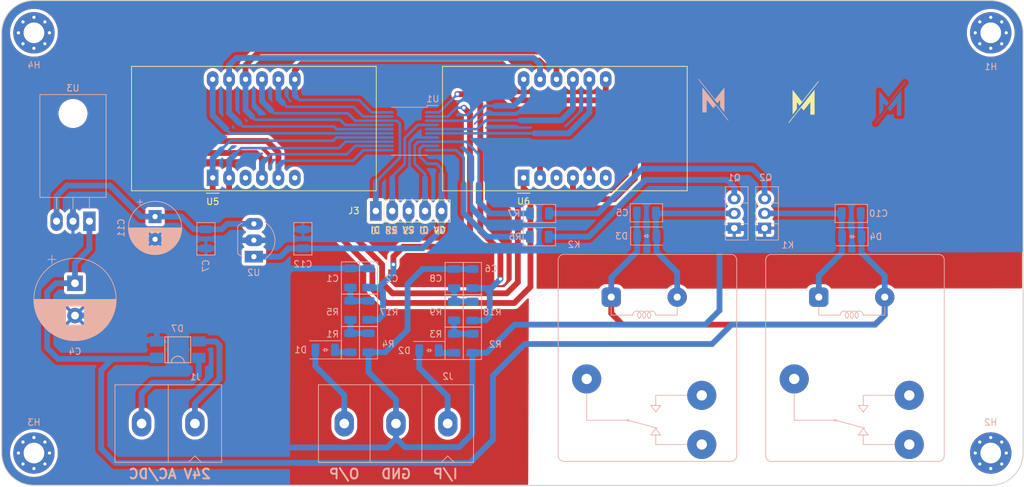
<source format=kicad_pcb>
(kicad_pcb (version 20240108) (generator "pcbnew") (generator_version "8.0")
  (layers (0 "F.Cu" signal) (31 "B.Cu" signal) (34 "B.Paste" user) (35 "F.Paste" user) (36 "B.SilkS" user "B.Silkscreen") (37 "F.SilkS" user "F.Silkscreen") (38 "B.Mask" user) (39 "F.Mask" user) (44 "Edge.Cuts" user))
  (net 0 "")
  (net 1 "VSS")
  (net 2 "VDD")
  (net 3 "Net-(D1-K)")
  (net 4 "Net-(D2-K)")
  (net 5 "Net-(J1-Pin_2)")
  (net 6 "Net-(J1-Pin_1)")
  (net 8 "INPUT_volt")
  (net 9 "OUTPUT_volt")
  (net 10 "Net-(C1-Pad1)")
  (net 11 "O-P_voltage")
  (net 12 "+24V")
  (net 13 "I-P_voltage")
  (net 14 "Net-(C8-Pad1)")
  (net 15 "Relay 1")
  (net 16 "Net-(R1-Pad2)")
  (net 17 "Net-(R2-Pad1)")
  (net 19 "Net-(D3-A)")
  (net 20 "Net-(D4-A)")
  (net 21 "Net-(Q1-B)")
  (net 23 "Net-(Q2-B)")
  (net 25 "A")
  (net 26 "F")
  (net 27 "D")
  (net 28 "DG1")
  (net 29 "E")
  (net 30 "DG2")
  (net 31 "DG3")
  (net 32 "DG5")
  (net 33 "DG4")
  (net 34 "DG6")
  (net 35 "G")
  (net 36 "B")
  (net 37 "C")
  (net 42 "RST")
  (net 43 "Relay 2")
  (net 44 "+12V")
  (footprint "My Custom Footprint:5_Pin_PinHeader_1x05_P2.54mm_Vertical" (layer "F.Cu") (at 129.619466 94.499466 90)
    (property "Reference" "J3")
    (property "Value" "Conn_01x05")
  )
  (footprint "My Custom Footprint:aramarket_logo" (layer "F.Cu") (at 209.189466 77.779466)
    (property "Reference" "G***" (hide yes))
    (property "Value" "LOGO" (hide yes))
  )
  (footprint "My Custom Footprint:3_Digit_CA56-12EWA" (layer "F.Cu") (at 104.389466 89.369466 90)
    (property "Reference" "U5")
    (property "Value" "CA56-12EWA")
  )
  (footprint "My Custom Footprint:3_Digit_CA56-12EWA" (layer "F.Cu") (at 152.489466 89.369466 90)
    (property "Reference" "U6")
    (property "Value" "CA56-12EWA")
  )
  (footprint "My Custom Footprint:aramarket_logo" (layer "F.Cu") (at 195.789466 77.629466)
    (property "Reference" "G***" (hide yes))
    (property "Value" "LOGO" (hide yes))
  )
  (footprint "MountingHole:MountingHole_3.2mm_M3_Pad_Via" (layer "B.Cu") (at 224.739466 131.939466 180)
    (property "Reference" "H2")
    (property "Value" "MountingHole")
  )
  (footprint "MountingHole:MountingHole_3.2mm_M3_Pad_Via" (layer "B.Cu") (at 224.739466 66.939466 180)
    (property "Reference" "H1")
    (property "Value" "MountingHole")
  )
  (footprint "MountingHole:MountingHole_3.2mm_M3_Pad_Via" (layer "B.Cu") (at 76.739466 66.939466 180)
    (property "Reference" "H4")
    (property "Value" "MountingHole")
  )
  (footprint "MountingHole:MountingHole_3.2mm_M3_Pad_Via" (layer "B.Cu") (at 76.739466 131.939466 180)
    (property "Reference" "H3")
    (property "Value" "MountingHole")
  )
  (footprint "My Custom Footprint:D_1206" (layer "B.Cu") (at 137.839466 116.069466 180)
    (property "Reference" "D2")
    (property "Value" "D")
  )
  (footprint "My Custom Footprint:MB10_bridge" (layer "B.Cu") (at 98.989466 115.944466)
    (property "Reference" "D7")
    (property "Value" "D_Bridge_+-AA")
  )
  (footprint "My Custom Footprint:C_1206_3216Metric" (layer "B.Cu") (at 128.489466 104.864466 90)
    (property "Reference" "C2")
    (property "Value" "C")
  )
  (footprint "My Custom Footprint:C_1206_3216Metric" (layer "B.Cu") (at 125.689466 104.864466 90)
    (property "Reference" "C1")
    (property "Value" "C")
  )
  (footprint "Capacitor_THT:CP_Radial_D12.5mm_P5.00mm" (layer "B.Cu") (at 83.089466 105.679466 -90)
    (property "Reference" "C4")
    (property "Value" "1000uf/50v")
  )
  (footprint "My Custom Footprint:C_1206_3216Metric" (layer "B.Cu") (at 141.739466 104.954466 90)
    (property "Reference" "C8")
    (property "Value" "C")
  )
  (footprint "My Custom Footprint:C_1206_3216Metric" (layer "B.Cu") (at 103.339466 98.804466 90)
    (property "Reference" "C7")
    (property "Value" "C")
  )
  (footprint "My Custom Footprint:D_1206" (layer "B.Cu") (at 121.779466 115.976966 180)
    (property "Reference" "D1")
    (property "Value" "D")
  )
  (footprint "My Custom Footprint:C_1206_3216Metric" (layer "B.Cu") (at 144.559466 104.954466 90)
    (property "Reference" "C6")
    (property "Value" "C")
  )
  (footprint "My Custom Footprint:R_1206_3216Metric" (layer "B.Cu") (at 141.739466 114.966966 90)
    (property "Reference" "R3")
    (property "Value" "330K")
  )
  (footprint "My Custom Footprint:R_1206_3216Metric" (layer "B.Cu") (at 125.689466 114.876966 90)
    (property "Reference" "R1")
    (property "Value" "330K")
  )
  (footprint "My Custom Footprint:R_1206_3216Metric" (layer "B.Cu") (at 125.689466 109.861966 -90)
    (property "Reference" "R5")
    (property "Value" "10K")
  )
  (footprint "My Custom Footprint:R_1206_3216Metric" (layer "B.Cu") (at 128.489466 114.876966 -90)
    (property "Reference" "R4")
    (property "Value" "1.5K")
  )
  (footprint "My Custom Footprint:SSOP-20_5.3x7.2mm_P0.65mm" (layer "B.Cu") (at 134.799466 82.164466 180)
    (property "Reference" "U1")
    (property "Value" "N76E003")
  )
  (footprint "My Custom Footprint:R_1206_3216Metric" (layer "B.Cu") (at 128.489466 109.861966 90)
    (property "Reference" "R17")
    (property "Value" "10K")
  )
  (footprint "My Custom Footprint:R_1206_3216Metric" (layer "B.Cu") (at 144.559466 109.951966 90)
    (property "Reference" "R18")
    (property "Value" "10K")
  )
  (footprint "My Custom Footprint:R_1206_3216Metric" (layer "B.Cu") (at 141.739466 109.951966 -90)
    (property "Reference" "R9")
    (property "Value" "10K")
  )
  (footprint "My Custom Footprint:R_1206_3216Metric" (layer "B.Cu") (at 144.559466 114.966966 -90)
    (property "Reference" "R2")
    (property "Value" "1.5K")
  )
  (footprint "My Custom Footprint:Block_connector_2x1_H1.5_P8" (layer "B.Cu") (at 101.639466 127.379466 180)
    (property "Reference" "J1")
    (property "Value" "Conn_01x02")
  )
  (footprint "Package_TO_SOT_THT:TO-126-3_Vertical" (layer "B.Cu") (at 185.064466 97.154466 90)
    (property "Reference" "Q1")
    (property "Value" "BD139")
  )
  (footprint "Capacitor_THT:CP_Radial_D8.0mm_P3.50mm" (layer "B.Cu") (at 95.475 95.372349 -90)
    (property "Reference" "C11")
    (property "Value" "470uf/25v")
  )
  (footprint "My Custom Footprint:Block_connector" (layer "B.Cu") (at 140.739466 127.379466 180)
    (property "Reference" "J2")
    (property "Value" "Conn_01x03")
  )
  (footprint "My Custom Footprint:R_1206_3216Metric" (layer "B.Cu") (at 154.939466 94.879466 180)
    (property "Reference" "R7")
    (property "Value" "1K")
  )
  (footprint "Package_TO_SOT_THT:TO-220-3_Horizontal_TabDown" (layer "B.Cu") (at 85.319466 96.079466 180)
    (property "Reference" "U3")
    (property "Value" "LM7812_TO220")
  )
  (footprint "My Custom Footprint:D_1206" (layer "B.Cu") (at 171.539466 98.379466)
    (property "Reference" "D3")
    (property "Value" "D")
  )
  (footprint "My Custom Footprint:R_1206_3216Metric" (layer "B.Cu") (at 154.914466 98.479466 180)
    (property "Reference" "R6")
    (property "Value" "1K")
  )
  (footprint "My Custom Footprint:Relay_SPDT_RAYEX-L90Ss" (layer "B.Cu") (at 203.239466 105.279466 -90)
    (property "Reference" "K1")
    (property "Value" "RAYEX-L90")
  )
  (footprint "Package_TO_SOT_THT:TO-126-3_Vertical" (layer "B.Cu") (at 189.764466 97.154466 90)
    (property "Reference" "Q2")
    (property "Value" "BD139")
  )
  (footprint "My Custom Footprint:TO-92_Inline_Wide_LM78L05" (layer "B.Cu") (at 110.758693 101.569466 90)
    (property "Reference" "U2")
    (property "Value" "LM2936-5.0_TO92")
  )
  (footprint "My Custom Footprint:C_1206_3216Metric" (layer "B.Cu") (at 118.339466 98.804466 -90)
    (property "Reference" "C12")
    (property "Value" "C")
  )
  (footprint "My Custom Footprint:C_1206_3216Metric" (layer "B.Cu") (at 203.164466 94.879466 180)
    (property "Reference" "C10")
    (property "Value" "C")
  )
  (footprint "My Custom Footprint:D_1206" (layer "B.Cu") (at 203.251966 98.479466 180)
    (property "Reference" "D4")
    (property "Value" "D")
  )
  (footprint "My Custom Footprint:C_1206_3216Metric" (layer "B.Cu") (at 171.476966 94.779466)
    (property "Reference" "C5")
    (property "Value" "C")
  )
  (footprint "My Custom Footprint:aramarket_logo" (layer "B.Cu") (at 181.839466 77.279466 180)
    (property "Reference" "G***" (hide yes))
    (property "Value" "LOGO" (hide yes))
  )
  (footprint "My Custom Footprint:Relay_SPDT_RAYEX-L90Ss" (layer "B.Cu") (at 171.139466 105.279466 -90)
    (property "Reference" "K2")
    (property "Value" "RAYEX-L90")
  )
  (gr_arc (start 71.739466 66.939466) (mid 73.203932 63.403932) (end 76.739466 61.939466) (stroke (width 0.15)) (layer "Edge.Cuts"))
  (gr_line (start 71.739466 131.939466) (end 71.739466 66.939466) (stroke (width 0.15)) (layer "Edge.Cuts"))
  (gr_arc (start 224.739466 61.939466) (mid 228.275 63.403932) (end 229.739466 66.939466) (stroke (width 0.15)) (layer "Edge.Cuts"))
  (gr_line (start 76.739466 136.939466) (end 224.739466 136.939466) (stroke (width 0.15)) (layer "Edge.Cuts"))
  (gr_arc (start 76.739466 136.939466) (mid 73.203932 135.475) (end 71.739466 131.939466) (stroke (width 0.15)) (layer "Edge.Cuts"))
  (gr_arc (start 229.739466 131.939466) (mid 228.275 135.475) (end 224.739466 136.939466) (stroke (width 0.15)) (layer "Edge.Cuts"))
  (gr_line (start 76.739466 61.939466) (end 224.739466 61.939466) (stroke (width 0.15)) (layer "Edge.Cuts"))
  (gr_line (start 229.739466 131.939466) (end 229.739466 66.939466) (stroke (width 0.15)) (layer "Edge.Cuts"))
  (gr_text "VD ID VS RS IC" (at 134.625 97.575 0) (layer "B.SilkS") (effects (font (size 1 1) (thickness 0.2)) (justify mirror)))
  (gr_text "I/P   GND   O/P" (at 132.339466 135.179466 0) (layer "B.SilkS") (effects (font (size 1.5 1.5) (thickness 0.3)) (justify mirror)))
  (gr_text "24V AC/DC" (at 97.739466 135.179466 0) (layer "B.SilkS") (effects (font (size 1.5 1.5) (thickness 0.3)) (justify mirror)))
  (gr_text "IC RS VS ID VD" (at 134.625 97.475 0) (layer "F.SilkS") (effects (font (size 1 1) (thickness 0.2))))
  (segment (start 151.089466 112.079466) (end 180.589466 112.079466) (width 0.9) (layer "B.Cu") (net 1))
  (segment (start 142.489466 131.029466) (end 134.139466 131.029466) (width 0.9) (layer "B.Cu") (net 1))
  (segment (start 185.064466 97.154466) (end 189.764466 97.154466) (width 0.9) (layer "B.Cu") (net 1))
  (segment (start 134.139466 131.029466) (end 132.739466 129.629466) (width 0.9) (layer "B.Cu") (net 1))
  (segment (start 132.739466 127.379466) (end 132.739466 123.679466) (width 0.9) (layer "B.Cu") (net 1))
  (segment (start 133.193932 98.225) (end 121.585 98.225) (width 0.9) (layer "B.Cu") (net 1))
  (segment (start 108.089466 127.529466) (end 108.089466 113.129466) (width 0.9) (layer "B.Cu") (net 1))
  (segment (start 107.839466 99.029466) (end 110.758693 99.029466) (width 0.9) (layer "B.Cu") (net 1))
  (segment (start 131.079466 116.339466) (end 134.539466 112.879466) (width 0.9) (layer "B.Cu") (net 1))
  (segment (start 115.589466 97.329466) (end 118.339466 97.329466) (width 0.9) (layer "B.Cu") (net 1))
  (segment (start 134.839466 88.429466) (end 134.839466 83.879466) (width 0.4) (layer "B.Cu") (net 1))
  (segment (start 95.489466 114.429466) (end 95.739466 114.679466) (width 0.9) (layer "B.Cu") (net 1))
  (segment (start 134.539466 105.779466) (end 136.839466 103.479466) (width 0.9) (layer "B.Cu") (net 1))
  (segment (start 134.539466 112.879466) (end 134.539466 105.779466) (width 0.9) (layer "B.Cu") (net 1))
  (segment (start 99.739466 100.279466) (end 103.339466 100.279466) (width 0.9) (layer "B.Cu") (net 1))
  (segment (start 134.699466 96.719466) (end 133.193932 98.225) (width 0.9) (layer "B.Cu") (net 1))
  (segment (start 136.839466 103.479466) (end 141.739466 103.479466) (width 0.9) (layer "B.Cu") (net 1))
  (segment (start 182.789466 97.929466) (end 183.564466 97.154466) (width 0.9) (layer "B.Cu") (net 1))
  (segment (start 91.439466 114.429466) (end 95.489466 114.429466) (width 0.9) (layer "B.Cu") (net 1))
  (segment (start 95.475 98.872349) (end 98.332349 98.872349) (width 0.9) (layer "B.Cu") (net 1))
  (segment (start 128.489466 119.429466) (end 128.489466 116.339466) (width 0.9) (layer "B.Cu") (net 1))
  (segment (start 107.589466 103.429466) (end 108.639466 104.479466) (width 0.9) (layer "B.Cu") (net 1))
  (segment (start 88.075 108.043932) (end 88.075 100.325) (width 0.9) (layer "B.Cu") (net 1))
  (segment (start 134.699466 94.499466) (end 134.699466 89.499466) (width 0.9) (layer "B.Cu") (net 1))
  (segment (start 106.339466 111.379466) (end 97.139466 111.379466) (width 0.9) (layer "B.Cu") (net 1))
  (segment (start 135.579466 83.139466) (end 138.299466 83.139466) (width 0.4) (layer "B.Cu") (net 1))
  (segment (start 120.689466 97.329466) (end 118.339466 97.329466) (width 0.9) (layer "B.Cu") (net 1))
  (segment (start 97.139466 111.379466) (end 95.739466 112.779466) (width 0.9) (layer "B.Cu") (net 1))
  (segment (start 132.739466 129.729466) (end 131.389466 131.079466) (width 0.9) (layer "B.Cu") (net 1))
  (segment (start 88.039466 93.479466) (end 88.039466 97.384164) (width 0.9) (layer "B.Cu") (net 1))
  (segment (start 108.639466 104.479466) (end 115.539466 104.479466) (width 0.9) (layer "B.Cu") (net 1))
  (segment (start 132.739466 127.379466) (end 132.739466 129.729466) (width 0.9) (layer "B.Cu") (net 1))
  (segment (start 107.589466 101.279466) (end 107.589466 103.429466) (width 0.9) (layer "B.Cu") (net 1))
  (segment (start 106.589466 100.279466) (end 107.839466 99.029466) (width 0.9) (layer "B.Cu") (net 1))
  (segment (start 144.559466 128.959466) (end 142.489466 131.029466) (width 0.9) (layer "B.Cu") (net 1))
  (segment (start 134.699466 88.569466) (end 134.839466 88.429466) (width 0.4) (layer "B.Cu") (net 1))
  (segment (start 132.739466 129.629466) (end 132.739466 127.379466) (width 0.9) (layer "B.Cu") (net 1))
  (segment (start 87.089466 92.529466) (end 88.039466 93.479466) (width 0.9) (layer "B.Cu") (net 1))
  (segment (start 85.439466 110.679466) (end 83.089466 110.679466) (width 0.9) (layer "B.Cu") (net 1))
  (segment (start 85.439466 110.679466) (end 88.075 108.043932) (width 0.9) (layer "B.Cu") (net 1))
  (segment (start 91.439466 114.429466) (end 89.189466 114.429466) (width 0.9) (layer "B.Cu") (net 1))
  (segment (start 88.075 100.325) (end 89.527651 98.872349) (width 0.9) (layer "B.Cu") (net 1))
  (segment (start 82.779466 96.079466) (end 82.779466 93.439466) (width 0.9) (layer "B.Cu") (net 1))
  (segment (start 115.539466 104.479466) (end 116.629466 103.389466) (width 0.9) (layer "B.Cu") (net 1))
  (segment (start 103.339466 100.279466) (end 106.589466 100.279466) (width 0.9) (layer "B.Cu") (net 1))
  (segment (start 121.585 98.225) (end 120.689466 97.329466) (width 0.9) (layer "B.Cu") (net 1))
  (segment (start 111.639466 131.079466) (end 108.089466 127.529466) (width 0.9) (layer "B.Cu") (net 1))
  (segment (start 182.789466 109.879466) (end 182.789466 97.929466) (width 0.9) (layer "B.Cu") (net 1))
  (segment (start 113.889466 99.029466) (end 115.589466 97.329466) (width 0.9) (layer "B.Cu") (net 1))
  (segment (start 131.389466 131.079466) (end 111.639466 131.079466) (width 0.9) (layer "B.Cu") (net 1))
  (segment (start 134.699466 94.499466) (end 134.699466 96.719466) (width 0.9) (layer "B.Cu") (net 1))
  (segment (start 98.332349 98.872349) (end 99.739466 100.279466) (width 0.9) (layer "B.Cu") (net 1))
  (segment (start 88.039466 97.384164) (end 89.527651 98.872349) (width 0.9) (layer "B.Cu") (net 1))
  (segment (start 116.629466 103.389466) (end 125.689466 103.389466) (width 0.9) (layer "B.Cu") (net 1))
  (segment (start 183.564466 97.154466) (end 185.064466 97.154466) (width 0.9) (layer "B.Cu") (net 1))
  (segment (start 83.689466 92.529466) (end 87.089466 92.529466) (width 0.9) (layer "B.Cu") (net 1))
  (segment (start 144.559466 103.479466) (end 141.739466 103.479466) (width 0.9) (layer "B.Cu") (net 1))
  (segment (start 128.489466 103.389466) (end 125.689466 103.389466) (width 0.9) (layer "B.Cu") (net 1))
  (segment (start 128.489466 116.339466) (end 131.079466 116.339466) (width 0.9) (layer "B.Cu") (net 1))
  (segment (start 144.559466 116.429466) (end 144.559466 128.959466) (width 0.9) (layer "B.Cu") (net 1))
  (segment (start 180.589466 112.079466) (end 182.789466 109.879466) (width 0.9) (layer "B.Cu") (net 1))
  (segment (start 95.739466 112.779466) (end 95.739466 114.679466) (width 0.9) (layer "B.Cu") (net 1))
  (segment (start 89.189466 114.429466) (end 85.439466 110.679466) (width 0.9) (layer "B.Cu") (net 1))
  (segment (start 144.559466 116.429466) (end 146.739466 116.429466) (width 0.9) (layer "B.Cu") (net 1))
  (segment (start 89.527651 98.872349) (end 95.475 98.872349) (width 0.9) (layer "B.Cu") (net 1))
  (segment (start 82.779466 93.439466) (end 83.689466 92.529466) (width 0.9) (layer "B.Cu") (net 1))
  (segment (start 106.589466 100.279466) (end 107.589466 101.279466) (width 0.9) (layer "B.Cu") (net 1))
  (segment (start 132.739466 123.679466) (end 128.489466 119.429466) (width 0.9) (layer "B.Cu") (net 1))
  (segment (start 146.739466 116.429466) (end 151.089466 112.079466) (width 0.9) (layer "B.Cu") (net 1))
  (segment (start 110.758693 99.029466) (end 113.889466 99.029466) (width 0.9) (layer "B.Cu") (net 1))
  (segment (start 108.089466 113.129466) (end 106.339466 111.379466) (width 0.9) (layer "B.Cu") (net 1))
  (segment (start 134.839466 83.879466) (end 135.579466 83.139466) (width 0.4) (layer "B.Cu") (net 1))
  (segment (start 134.699466 89.499466) (end 134.699466 88.569466) (width 0.4) (layer "B.Cu") (net 1))
  (segment (start 136.389466 86.029466) (end 137.539466 87.179466) (width 0.4) (layer "B.Cu") (net 2))
  (segment (start 139.014466 87.179466) (end 139.779466 87.944466) (width 0.4) (layer "B.Cu") (net 2))
  (segment (start 139.779466 94.499466) (end 139.779466 88.879466) (width 0.9) (layer "B.Cu") (net 2))
  (segment (start 136.839466 100.279466) (end 139.779466 97.339466) (width 0.9) (layer "B.Cu") (net 2))
  (segment (start 139.779466 97.339466) (end 139.779466 94.499466) (width 0.9) (layer "B.Cu") (net 2))
  (segment (start 136.839466 84.439466) (end 136.389466 84.889466) (width 0.4) (layer "B.Cu") (net 2))
  (segment (start 114.849466 101.569466) (end 110.758693 101.569466) (width 0.9) (layer "B.Cu") (net 2))
  (segment (start 116.139466 100.279466) (end 114.849466 101.569466) (width 0.9) (layer "B.Cu") (net 2))
  (segment (start 137.539466 87.179466) (end 139.014466 87.179466) (width 0.4) (layer "B.Cu") (net 2))
  (segment (start 136.389466 84.889466) (end 136.389466 86.029466) (width 0.4) (layer "B.Cu") (net 2))
  (segment (start 138.299466 84.439466) (end 136.839466 84.439466) (width 0.4) (layer "B.Cu") (net 2))
  (segment (start 118.339466 100.279466) (end 136.839466 100.279466) (width 0.9) (layer "B.Cu") (net 2))
  (segment (start 118.339466 100.279466) (end 116.139466 100.279466) (width 0.9) (layer "B.Cu") (net 2))
  (segment (start 139.779466 87.944466) (end 139.779466 88.879466) (width 0.4) (layer "B.Cu") (net 2))
  (segment (start 125.689466 116.339466) (end 123.641966 116.339466) (width 0.9) (layer "B.Cu") (net 3))
  (segment (start 123.641966 116.339466) (end 123.279466 115.976966) (width 0.9) (layer "B.Cu") (net 3))
  (segment (start 139.699466 116.429466) (end 139.339466 116.069466) (width 0.9) (layer "B.Cu") (net 4))
  (segment (start 141.739466 116.429466) (end 139.699466 116.429466) (width 0.9) (layer "B.Cu") (net 4))
  (segment (start 95.039466 121.079466) (end 93.389466 122.729466) (width 0.9) (layer "B.Cu") (net 5))
  (segment (start 93.389466 122.729466) (end 93.389466 127.379466) (width 0.9) (layer "B.Cu") (net 5))
  (segment (start 102.239466 117.219466) (end 102.239466 119.879466) (width 0.9) (layer "B.Cu") (net 5))
  (segment (start 102.239466 119.879466) (end 101.039466 121.079466) (width 0.9) (layer "B.Cu") (net 5))
  (segment (start 101.039466 121.079466) (end 95.039466 121.079466) (width 0.9) (layer "B.Cu") (net 5))
  (segment (start 105.439466 120.479466) (end 105.439466 115.279466) (width 0.9) (layer "B.Cu") (net 6))
  (segment (start 101.639466 127.379466) (end 101.639466 124.279466) (width 0.9) (layer "B.Cu") (net 6))
  (segment (start 104.839466 114.679466) (end 102.239466 114.679466) (width 0.9) (layer "B.Cu") (net 6))
  (segment (start 101.639466 124.279466) (end 105.439466 120.479466) (width 0.9) (layer "B.Cu") (net 6))
  (segment (start 105.439466 115.279466) (end 104.839466 114.679466) (width 0.9) (layer "B.Cu") (net 6))
  (segment (start 140.739466 123.179466) (end 140.739466 127.379466) (width 0.9) (layer "B.Cu") (net 8))
  (segment (start 136.339466 118.779466) (end 140.739466 123.179466) (width 0.9) (layer "B.Cu") (net 8))
  (segment (start 136.339466 116.069466) (end 136.339466 118.779466) (width 0.9) (layer "B.Cu") (net 8))
  (segment (start 120.279466 115.976966) (end 120.279466 118.519466) (width 0.9) (layer "B.Cu") (net 9))
  (segment (start 124.739466 122.979466) (end 124.739466 127.379466) (width 0.9) (layer "B.Cu") (net 9))
  (segment (start 120.279466 118.519466) (end 124.739466 122.979466) (width 0.9) (layer "B.Cu") (net 9))
  (segment (start 128.489466 108.399466) (end 125.689466 108.399466) (width 0.9) (layer "B.Cu") (net 10))
  (segment (start 125.689466 108.399466) (end 125.689466 106.339466) (width 0.9) (layer "B.Cu") (net 10))
  (segment (start 132.339466 101.560534) (end 133.870534 100.029466) (width 0.9) (layer "F.Cu") (net 11))
  (segment (start 141.639466 100.029466) (end 144.189466 97.479466) (width 0.9) (layer "F.Cu") (net 11))
  (segment (start 144.189466 79.479466) (end 143.239466 78.529466) (width 0.9) (layer "F.Cu") (net 11))
  (segment (start 132.339466 102.779466) (end 132.339466 101.560534) (width 0.9) (layer "F.Cu") (net 11))
  (segment (start 133.870534 100.029466) (end 141.639466 100.029466) (width 0.9) (layer "F.Cu") (net 11))
  (segment (start 144.189466 97.479466) (end 144.189466 79.479466) (width 0.9) (layer "F.Cu") (net 11))
  (via (at 143.239466 78.529466) (size 0.9) (drill 0.5) (layers "F.Cu" "B.Cu") (net 11))
  (via (at 132.339466 102.779466) (size 0.9) (drill 0.5) (layers "F.Cu" "B.Cu") (net 11))
  (segment (start 132.339466 104.099466) (end 132.339466 102.779466) (width 0.9) (layer "B.Cu") (net 11))
  (segment (start 130.739466 106.979466) (end 130.099466 106.339466) (width 0.9) (layer "B.Cu") (net 11))
  (segment (start 130.099466 106.339466) (end 128.489466 106.339466) (width 0.9) (layer "B.Cu") (net 11))
  (segment (start 142.089466 78.529466) (end 143.239466 78.529466) (width 0.4) (layer "B.Cu") (net 11))
  (segment (start 130.739466 110.579466) (end 130.739466 106.979466) (width 0.9) (layer "B.Cu") (net 11))
  (segment (start 140.729466 79.889466) (end 142.089466 78.529466) (width 0.4) (layer "B.Cu") (net 11))
  (segment (start 130.099466 106.339466) (end 132.339466 104.099466) (width 0.9) (layer "B.Cu") (net 11))
  (segment (start 129.994466 111.324466) (end 130.739466 110.579466) (width 0.9) (layer "B.Cu") (net 11))
  (segment (start 138.299466 79.889466) (end 140.729466 79.889466) (width 0.4) (layer "B.Cu") (net 11))
  (segment (start 128.489466 111.324466) (end 129.994466 111.324466) (width 0.9) (layer "B.Cu") (net 11))
  (segment (start 208.339466 110.579466) (end 208.339466 107.819466) (width 0.9) (layer "F.Cu") (net 12))
  (segment (start 206.839466 112.079466) (end 208.339466 110.579466) (width 0.9) (layer "F.Cu") (net 12))
  (segment (start 166.039466 110.329466) (end 167.789466 112.079466) (width 0.9) (layer "F.Cu") (net 12))
  (segment (start 167.789466 112.079466) (end 206.839466 112.079466) (width 0.9) (layer "F.Cu") (net 12))
  (segment (start 166.039466 107.819466) (end 166.039466 110.329466) (width 0.9) (layer "F.Cu") (net 12))
  (segment (start 91.439466 117.379466) (end 95.579466 117.379466) (width 0.9) (layer "B.Cu") (net 12))
  (segment (start 85.319466 100.349466) (end 85.319466 96.079466) (width 0.9) (layer "B.Cu") (net 12))
  (segment (start 170.001966 94.779466) (end 170.001966 98.341966) (width 0.9) (layer "B.Cu") (net 12))
  (segment (start 78.789466 115.679466) (end 78.789466 107.029466) (width 0.9) (layer "B.Cu") (net 12))
  (segment (start 78.789466 107.029466) (end 80.139466 105.679466) (width 0.9) (layer "B.Cu") (net 12))
  (segment (start 83.089466 102.579466) (end 85.319466 100.349466) (width 0.9) (layer "B.Cu") (net 12))
  (segment (start 89.339466 133.479466) (end 87.139466 131.279466) (width 0.9) (layer "B.Cu") (net 12))
  (segment (start 152.639466 115.079466) (end 147.739466 119.979466) (width 0.9) (layer "B.Cu") (net 12))
  (segment (start 91.439466 117.379466) (end 80.489466 117.379466) (width 0.9) (layer "B.Cu") (net 12))
  (segment (start 204.639466 98.366966) (end 204.751966 98.479466) (width 0.9) (layer "B.Cu") (net 12))
  (segment (start 204.639466 94.879466) (end 204.639466 98.366966) (width 0.9) (layer "B.Cu") (net 12))
  (segment (start 166.039466 104.779466) (end 170.039466 100.779466) (width 0.9) (layer "B.Cu") (net 12))
  (segment (start 166.039466 107.819466) (end 166.039466 104.779466) (width 0.9) (layer "B.Cu") (net 12))
  (segment (start 170.001966 98.341966) (end 170.039466 98.379466) (width 0.9) (layer "B.Cu") (net 12))
  (segment (start 144.139466 133.479466) (end 89.339466 133.479466) (width 0.9) (layer "B.Cu") (net 12))
  (segment (start 147.739466 119.979466) (end 147.739466 129.879466) (width 0.9) (layer "B.Cu") (net 12))
  (segment (start 91.439466 117.379466) (end 88.889466 117.379466) (width 0.9) (layer "B.Cu") (net 12))
  (segment (start 80.139466 105.679466) (end 83.089466 105.679466) (width 0.9) (layer "B.Cu") (net 12))
  (segment (start 184.639466 112.079466) (end 181.639466 115.079466) (width 0.9) (layer "B.Cu") (net 12))
  (segment (start 208.339466 104.529466) (end 204.751966 100.941966) (width 0.9) (layer "B.Cu") (net 12))
  (segment (start 208.339466 110.579466) (end 206.839466 112.079466) (width 0.9) (layer "B.Cu") (net 12))
  (segment (start 208.339466 107.819466) (end 208.339466 110.579466) (width 0.9) (layer "B.Cu") (net 12))
  (segment (start 208.339466 107.819466) (end 208.339466 104.529466) (width 0.9) (layer "B.Cu") (net 12))
  (segment (start 170.039466 100.779466) (end 170.039466 98.379466) (width 0.9) (layer "B.Cu") (net 12))
  (segment (start 83.089466 105.679466) (end 83.089466 102.579466) (width 0.9) (layer "B.Cu") (net 12))
  (segment (start 206.839466 112.079466) (end 184.639466 112.079466) (width 0.9) (layer "B.Cu") (net 12))
  (segment (start 147.739466 129.879466) (end 144.139466 133.479466) (width 0.9) (layer "B.Cu") (net 12))
  (segment (start 95.579466 117.379466) (end 95.739466 117.219466) (width 0.9) (layer "B.Cu") (net 12))
  (segment (start 80.489466 117.379466) (end 78.789466 115.679466) (width 0.9) (layer "B.Cu") (net 12))
  (segment (start 181.639466 115.079466) (end 152.639466 115.079466) (width 0.9) (layer "B.Cu") (net 12))
  (segment (start 204.751966 100.941966) (end 204.751966 98.479466) (width 0.9) (layer "B.Cu") (net 12))
  (segment (start 87.139466 119.129466) (end 87.139466 131.279466) (width 0.9) (layer "B.Cu") (net 12))
  (segment (start 88.889466 117.379466) (end 87.139466 119.129466) (width 0.9) (layer "B.Cu") (net 12))
  (segment (start 148.889466 105.029466) (end 148.889466 100.679466) (width 0.9) (layer "F.Cu") (net 13))
  (segment (start 145.789466 77.979466) (end 144.239466 76.429466) (width 0.9) (layer "F.Cu") (net 13))
  (segment (start 145.789466 97.579466) (end 145.789466 77.979466) (width 0.9) (layer "F.Cu") (net 13))
  (segment (start 148.889466 100.679466) (end 145.789466 97.579466) (width 0.9) (layer "F.Cu") (net 13))
  (segment (start 144.239466 76.429466) (end 142.239466 76.429466) (width 0.9) (layer "F.Cu") (net 13))
  (via (at 142.239466 76.429466) (size 0.9) (drill 0.5) (layers "F.Cu" "B.Cu") (net 13))
  (via (at 148.889466 105.029466) (size 0.9) (drill 0.5) (layers "F.Cu" "B.Cu") (net 13))
  (segment (start 144.559466 111.414466) (end 146.604466 111.414466) (width 0.9) (layer "B.Cu") (net 13))
  (segment (start 146.589466 106.429466) (end 144.559466 106.429466) (width 0.9) (layer "B.Cu") (net 13))
  (segment (start 138.299466 79.239466) (end 139.429466 79.239466) (width 0.4) (layer "B.Cu") (net 13))
  (segment (start 144.559466 106.429466) (end 147.489466 106.429466) (width 0.9) (layer "B.Cu") (net 13))
  (segment (start 147.489466 106.429466) (end 148.889466 105.029466) (width 0.9) (layer "B.Cu") (net 13))
  (segment (start 147.239466 110.779466) (end 147.239466 107.079466) (width 0.9) (layer "B.Cu") (net 13))
  (segment (start 139.429466 79.239466) (end 142.239466 76.429466) (width 0.4) (layer "B.Cu") (net 13))
  (segment (start 147.239466 107.079466) (end 146.589466 106.429466) (width 0.9) (layer "B.Cu") (net 13))
  (segment (start 146.604466 111.414466) (end 147.239466 110.779466) (width 0.9) (layer "B.Cu") (net 13))
  (segment (start 141.739466 108.489466) (end 141.739466 106.429466) (width 0.9) (layer "B.Cu") (net 14))
  (segment (start 144.559466 108.489466) (end 141.739466 108.489466) (width 0.9) (layer "B.Cu") (net 14))
  (segment (start 147.329466 94.879466) (end 145.539466 93.089466) (width 0.9) (layer "B.Cu") (net 15))
  (segment (start 137.239466 88.789466) (end 137.239466 89.460534) (width 0.4) (layer "B.Cu") (net 15))
  (segment (start 137.239466 94.499466) (end 137.239466 89.460534) (width 0.9) (layer "B.Cu") (net 15))
  (segment (start 145.539466 93.089466) (end 145.539466 90.379466) (width 0.9) (layer "B.Cu") (net 15))
  (segment (start 143.599466 83.789466) (end 145.539466 85.729466) (width 0.4) (layer "B.Cu") (net 15))
  (segment (start 135.639466 87.189466) (end 137.239466 88.789466) (width 0.4) (layer "B.Cu") (net 15))
  (segment (start 136.179466 83.789466) (end 135.639466 84.329466) (width 0.4) (layer "B.Cu") (net 15))
  (segment (start 138.299466 83.789466) (end 143.599466 83.789466) (width 0.4) (layer "B.Cu") (net 15))
  (segment (start 138.299466 83.789466) (end 136.179466 83.789466) (width 0.4) (layer "B.Cu") (net 15))
  (segment (start 145.539466 85.729466) (end 145.539466 90.379466) (width 0.4) (layer "B.Cu") (net 15))
  (segment (start 153.476966 94.879466) (end 147.329466 94.879466) (width 0.9) (layer "B.Cu") (net 15))
  (segment (start 135.639466 84.329466) (end 135.639466 87.189466) (width 0.4) (layer "B.Cu") (net 15))
  (segment (start 128.489466 113.414466) (end 125.689466 113.414466) (width 0.9) (layer "B.Cu") (net 16))
  (segment (start 125.689466 113.414466) (end 125.689466 111.324466) (width 0.9) (layer "B.Cu") (net 16))
  (segment (start 141.739466 113.504466) (end 141.739466 111.414466) (width 0.9) (layer "B.Cu") (net 17))
  (segment (start 144.559466 113.504466) (end 141.739466 113.504466) (width 0.9) (layer "B.Cu") (net 17))
  (segment (start 173.046966 94.874466) (end 172.951966 94.779466) (width 0.9) (layer "B.Cu") (net 19))
  (segment (start 176.239466 103.979466) (end 173.039466 100.779466) (width 0.9) (layer "B.Cu") (net 19))
  (segment (start 173.039466 100.779466) (end 173.039466 98.379466) (width 0.9) (layer "B.Cu") (net 19))
  (segment (start 185.064466 94.874466) (end 173.046966 94.874466) (width 0.9) (layer "B.Cu") (net 19))
  (segment (start 172.951966 98.291966) (end 173.039466 98.379466) (width 0.9) (layer "B.Cu") (net 19))
  (segment (start 172.951966 94.779466) (end 172.951966 98.291966) (width 0.9) (layer "B.Cu") (net 19))
  (segment (start 176.239466 107.819466) (end 176.239466 103.979466) (width 0.9) (layer "B.Cu") (net 19))
  (segment (start 198.139466 104.529466) (end 201.751966 100.916966) (width 0.9) (layer "B.Cu") (net 20))
  (segment (start 198.139466 107.819466) (end 198.139466 104.529466) (width 0.9) (layer "B.Cu") (net 20))
  (segment (start 201.751966 100.916966) (end 201.751966 98.479466) (width 0.9) (layer "B.Cu") (net 20))
  (segment (start 201.689466 94.879466) (end 201.689466 98.416966) (width 0.9) (layer "B.Cu") (net 20))
  (segment (start 189.764466 94.874466) (end 201.684466 94.874466) (width 0.9) (layer "B.Cu") (net 20))
  (segment (start 201.684466 94.874466) (end 201.689466 94.879466) (width 0.9) (layer "B.Cu") (net 20))
  (segment (start 201.689466 98.416966) (end 201.751966 98.479466) (width 0.9) (layer "B.Cu") (net 20))
  (segment (start 162.539466 98.479466) (end 156.376966 98.479466) (width 0.9) (layer "B.Cu") (net 21))
  (segment (start 183.939466 89.679466) (end 171.339466 89.679466) (width 0.9) (layer "B.Cu") (net 21))
  (segment (start 171.339466 89.679466) (end 162.539466 98.479466) (width 0.9) (layer "B.Cu") (net 21))
  (segment (start 185.064466 90.804466) (end 183.939466 89.679466) (width 0.9) (layer "B.Cu") (net 21))
  (segment (start 185.064466 92.594466) (end 185.064466 90.804466) (width 0.9) (layer "B.Cu") (net 21))
  (segment (start 163.939466 94.879466) (end 170.839466 87.979466) (width 0.9) (layer "B.Cu") (net 23))
  (segment (start 170.839466 87.979466) (end 187.839466 87.979466) (width 0.9) (layer "B.Cu") (net 23))
  (segment (start 189.764466 89.904466) (end 189.764466 92.594466) (width 0.9) (layer "B.Cu") (net 23))
  (segment (start 156.401966 94.879466) (end 163.939466 94.879466) (width 0.9) (layer "B.Cu") (net 23))
  (segment (start 187.839466 87.979466) (end 189.764466 89.904466) (width 0.9) (layer "B.Cu") (net 23))
  (segment (start 123.129466 81.429466) (end 109.039466 81.429466) (width 0.4) (layer "B.Cu") (net 25))
  (segment (start 106.929466 74.129466) (end 106.929466 79.319466) (width 0.9) (layer "B.Cu") (net 25))
  (segment (start 106.929466 74.129466) (end 106.929466 71.959466) (width 0.9) (layer "B.Cu") (net 25))
  (segment (start 123.539466 81.839466) (end 123.129466 81.429466) (width 0.4) (layer "B.Cu") (net 25))
  (segment (start 154.039466 70.829466) (end 155.029466 71.819466) (width 0.9) (layer "B.Cu") (net 25))
  (segment (start 155.029466 71.819466) (end 155.029466 74.129466) (width 0.9) (layer "B.Cu") (net 25))
  (segment (start 106.929466 79.319466) (end 108.514466 80.904466) (width 0.9) (layer "B.Cu") (net 25))
  (segment (start 106.929466 71.959466) (end 108.059466 70.829466) (width 0.9) (layer "B.Cu") (net 25))
  (segment (start 108.059466 70.829466) (end 154.039466 70.829466) (width 0.9) (layer "B.Cu") (net 25))
  (segment (start 131.299466 81.839466) (end 123.539466 81.839466) (width 0.4) (layer "B.Cu") (net 25))
  (segment (start 109.039466 81.429466) (end 108.514466 80.904466) (width 0.4) (layer "B.Cu") (net 25))
  (segment (start 157.569466 71.959466) (end 157.569466 74.129466) (width 0.9) (layer "F.Cu") (net 26))
  (segment (start 109.469466 71.949466) (end 111.589466 69.829466) (width 0.9) (layer "F.Cu") (net 26))
  (segment (start 111.589466 69.829466) (end 155.439466 69.829466) (width 0.9) (layer "F.Cu") (net 26))
  (segment (start 155.439466 69.829466) (end 157.569466 71.959466) (width 0.9) (layer "F.Cu") (net 26))
  (segment (start 109.469466 74.129466) (end 109.469466 71.949466) (width 0.9) (layer "F.Cu") (net 26))
  (segment (start 124.889466 81.189466) (end 124.079466 80.379466) (width 0.4) (layer "B.Cu") (net 26))
  (segment (start 109.469466 78.859466) (end 110.489466 79.879466) (width 0.9) (layer "B.Cu") (net 26))
  (segment (start 124.079466 80.379466) (end 110.989466 80.379466) (width 0.4) (layer "B.Cu") (net 26))
  (segment (start 131.299466 81.189466) (end 124.889466 81.189466) (width 0.4) (layer "B.Cu") (net 26))
  (segment (start 110.989466 80.379466) (end 110.489466 79.879466) (width 0.4) (layer "B.Cu") (net 26))
  (segment (start 109.469466 74.129466) (end 109.469466 78.859466) (width 0.9) (layer "B.Cu") (net 26))
  (segment (start 106.929466 89.369466) (end 106.929466 91.769466) (width 0.9) (layer "F.Cu") (net 27))
  (segment (start 151.589466 93.879466) (end 149.739466 92.029466) (width 0.9) (layer "F.Cu") (net 27))
  (segment (start 130.589466 105.629466) (end 132.189466 107.229466) (width 0.9) (layer "F.Cu") (net 27))
  (segment (start 120.389466 92.579466) (end 130.589466 102.779466) (width 0.9) (layer "F.Cu") (net 27))
  (segment (start 106.929466 91.769466) (end 107.739466 92.579466) (width 0.9) (layer "F.Cu") (net 27))
  (segment (start 149.739466 87.179466) (end 151.239466 85.679466) (width 0.9) (layer "F.Cu") (net 27))
  (segment (start 149.739466 92.029466) (end 149.739466 87.179466) (width 0.9) (layer "F.Cu") (net 27))
  (segment (start 155.029466 86.819466) (end 155.029466 89.369466) (width 0.9) (layer "F.Cu") (net 27))
  (segment (start 132.189466 107.229466) (end 149.889466 107.229466) (width 0.9) (layer "F.Cu") (net 27))
  (segment (start 151.239466 85.679466) (end 153.889466 85.679466) (width 0.9) (layer "F.Cu") (net 27))
  (segment (start 149.889466 107.229466) (end 151.589466 105.529466) (width 0.9) (layer "F.Cu") (net 27))
  (segment (start 107.739466 92.579466) (end 120.389466 92.579466) (width 0.9) (layer "F.Cu") (net 27))
  (segment (start 151.589466 105.529466) (end 151.589466 93.879466) (width 0.9) (layer "F.Cu") (net 27))
  (segment (start 130.589466 102.779466) (end 130.589466 105.629466) (width 0.9) (layer "F.Cu") (net 27))
  (segment (start 153.889466 85.679466) (end 155.029466 86.819466) (width 0.9) (layer "F.Cu") (net 27))
  (segment (start 123.939466 84.779466) (end 108.809466 84.779466) (width 0.4) (layer "B.Cu") (net 27))
  (segment (start 131.299466 83.789466) (end 124.929466 83.789466) (width 0.4) (layer "B.Cu") (net 27))
  (segment (start 106.929466 89.369466) (end 106.929466 86.659466) (width 0.9) (layer "B.Cu") (net 27))
  (segment (start 124.929466 83.789466) (end 123.939466 84.779466) (width 0.4) (layer "B.Cu") (net 27))
  (segment (start 108.809466 84.779466) (end 107.774466 85.814466) (width 0.4) (layer "B.Cu") (net 27))
  (segment (start 106.929466 86.659466) (end 107.774466 85.814466) (width 0.9) (layer "B.Cu") (net 27))
  (segment (start 104.389466 74.129466) (end 104.389466 79.729466) (width 0.9) (layer "B.Cu") (net 28))
  (segment (start 107.149466 82.489466) (end 106.489466 81.829466) (width 0.4) (layer "B.Cu") (net 28))
  (segment (start 131.299466 82.489466) (end 107.149466 82.489466) (width 0.4) (layer "B.Cu") (net 28))
  (segment (start 104.389466 79.729466) (end 106.489466 81.829466) (width 0.9) (layer "B.Cu") (net 28))
  (segment (start 151.039466 108.729466) (end 153.539466 106.229466) (width 0.9) (layer "F.Cu") (net 29))
  (segment (start 104.389466 92.879466) (end 105.589466 94.079466) (width 0.9) (layer "F.Cu") (net 29))
  (segment (start 104.389466 89.369466) (end 104.389466 92.879466) (width 0.9) (layer "F.Cu") (net 29))
  (segment (start 153.539466 106.229466) (end 153.539466 92.029466) (width 0.9) (layer "F.Cu") (net 29))
  (segment (start 129.089466 106.579466) (end 131.239466 108.729466) (width 0.9) (layer "F.Cu") (net 29))
  (segment (start 105.589466 94.079466) (end 119.639466 94.079466) (width 0.9) (layer "F.Cu") (net 29))
  (segment (start 131.239466 108.729466) (end 151.039466 108.729466) (width 0.9) (layer "F.Cu") (net 29))
  (segment (start 129.089466 103.529466) (end 129.089466 106.579466) (width 0.9) (layer "F.Cu") (net 29))
  (segment (start 119.639466 94.079466) (end 129.089466 103.529466) (width 0.9) (layer "F.Cu") (net 29))
  (segment (start 153.539466 92.029466) (end 152.489466 90.979466) (width 0.9) (layer "F.Cu") (net 29))
  (segment (start 152.489466 90.979466) (end 152.489466 89.369466) (width 0.9) (layer "F.Cu") (net 29))
  (segment (start 104.389466 89.369466) (end 104.389466 86.329466) (width 0.9) (layer "B.Cu") (net 29))
  (segment (start 131.299466 83.139466) (end 123.529466 83.139466) (width 0.4) (layer "B.Cu") (net 29))
  (segment (start 123.529466 83.139466) (end 123.039466 83.629466) (width 0.4) (layer "B.Cu") (net 29))
  (segment (start 104.389466 86.329466) (end 105.764466 84.954466) (width 0.9) (layer "B.Cu") (net 29))
  (segment (start 107.089466 83.629466) (end 105.764466 84.954466) (width 0.4) (layer "B.Cu") (net 29))
  (segment (start 123.039466 83.629466) (end 107.089466 83.629466) (width 0.4) (layer "B.Cu") (net 29))
  (segment (start 112.009466 74.129466) (end 112.009466 77.499466) (width 0.9) (layer "B.Cu") (net 30))
  (segment (start 132.899466 80.539466) (end 133.339466 80.979466) (width 0.4) (layer "B.Cu") (net 30))
  (segment (start 131.299466 80.539466) (end 132.899466 80.539466) (width 0.4) (layer "B.Cu") (net 30))
  (segment (start 125.289466 79.379466) (end 113.889466 79.379466) (width 0.4) (layer "B.Cu") (net 30))
  (segment (start 126.449466 80.539466) (end 125.289466 79.379466) (width 0.4) (layer "B.Cu") (net 30))
  (segment (start 129.619466 94.499466) (end 129.619466 89.999466) (width 0.9) (layer "B.Cu") (net 30))
  (segment (start 113.889466 79.379466) (end 113.439466 78.929466) (width 0.4) (layer "B.Cu") (net 30))
  (segment (start 133.339466 86.279466) (end 129.619466 89.999466) (width 0.4) (layer "B.Cu") (net 30))
  (segment (start 112.009466 77.499466) (end 113.439466 78.929466) (width 0.9) (layer "B.Cu") (net 30))
  (segment (start 133.339466 80.979466) (end 133.339466 86.279466) (width 0.4) (layer "B.Cu") (net 30))
  (segment (start 131.299466 80.539466) (end 126.449466 80.539466) (width 0.4) (layer "B.Cu") (net 30))
  (segment (start 126.139466 78.379466) (end 115.839466 78.379466) (width 0.4) (layer "B.Cu") (net 31))
  (segment (start 114.549466 74.129466) (end 114.549466 77.089466) (width 0.9) (layer "B.Cu") (net 31))
  (segment (start 127.649466 79.889466) (end 126.139466 78.379466) (width 0.4) (layer "B.Cu") (net 31))
  (segment (start 131.299466 79.889466) (end 127.649466 79.889466) (width 0.4) (layer "B.Cu") (net 31))
  (segment (start 115.839466 78.379466) (end 115.239466 77.779466) (width 0.4) (layer "B.Cu") (net 31))
  (segment (start 114.549466 77.089466) (end 115.239466 77.779466) (width 0.9) (layer "B.Cu") (net 31))
  (segment (start 158.325 80.475) (end 160.109466 78.690534) (width 0.9) (layer "B.Cu") (net 32))
  (segment (start 138.299466 81.839466) (end 145.279466 81.839466) (width 0.4) (layer "B.Cu") (net 32))
  (segment (start 146.639466 80.479466) (end 152.039466 80.479466) (width 0.4) (layer "B.Cu") (net 32))
  (segment (start 145.279466 81.839466) (end 146.639466 80.479466) (width 0.4) (layer "B.Cu") (net 32))
  (segment (start 152.043932 80.475) (end 158.325 80.475) (width 0.9) (layer "B.Cu") (net 32))
  (segment (start 152.039466 80.479466) (end 152.043932 80.475) (width 0.9) (layer "B.Cu") (net 32))
  (segment (start 160.109466 78.690534) (end 160.109466 74.129466) (width 0.9) (layer "B.Cu") (net 32))
  (segment (start 152.489466 74.129466) (end 152.489466 76.710534) (width 0.9) (layer "B.Cu") (net 33))
  (segment (start 146.539466 78.229466) (end 144.229466 80.539466) (width 0.4) (layer "B.Cu") (net 33))
  (segment (start 144.229466 80.539466) (end 138.299466 80.539466) (width 0.4) (layer "B.Cu") (net 33))
  (segment (start 150.970534 78.229466) (end 148.089466 78.229466) (width 0.9) (layer "B.Cu") (net 33))
  (segment (start 148.089466 78.229466) (end 146.539466 78.229466) (width 0.4) (layer "B.Cu") (net 33))
  (segment (start 152.489466 76.710534) (end 150.970534 78.229466) (width 0.9) (layer "B.Cu") (net 33))
  (segment (start 162.649466 74.129466) (end 162.649466 79.300534) (width 0.9) (layer "B.Cu") (net 34))
  (segment (start 138.299466 82.489466) (end 154.189466 82.489466) (width 0.4) (layer "B.Cu") (net 34))
  (segment (start 162.649466 79.300534) (end 159.460534 82.489466) (width 0.9) (layer "B.Cu") (net 34))
  (segment (start 159.460534 82.489466) (end 154.189466 82.489466) (width 0.9) (layer "B.Cu") (net 34))
  (segment (start 114.549466 85.439466) (end 114.549466 89.369466) (width 0.9) (layer "F.Cu") (net 35))
  (segment (start 103.539466 67.829466) (end 101.389466 69.979466) (width 0.9) (layer "F.Cu") (net 35))
  (segment (start 101.389466 82.229466) (end 102.839466 83.679466) (width 0.9) (layer "F.Cu") (net 35))
  (segment (start 166.689466 85.329466) (end 167.789466 84.229466) (width 0.9) (layer "F.Cu") (net 35))
  (segment (start 167.789466 71.129466) (end 164.489466 67.829466) (width 0.9) (layer "F.Cu") (net 35))
  (segment (start 112.789466 83.679466) (end 114.549466 85.439466) (width 0.9) (layer "F.Cu") (net 35))
  (segment (start 163.739466 85.329466) (end 166.689466 85.329466) (width 0.9) (layer "F.Cu") (net 35))
  (segment (start 162.649466 89.369466) (end 162.649466 86.419466) (width 0.9) (layer "F.Cu") (net 35))
  (segment (start 167.789466 84.229466) (end 167.789466 71.129466) (width 0.9) (layer "F.Cu") (net 35))
  (segment (start 162.649466 86.419466) (end 163.739466 85.329466) (width 0.9) (layer "F.Cu") (net 35))
  (segment (start 102.839466 83.679466) (end 112.789466 83.679466) (width 0.9) (layer "F.Cu") (net 35))
  (segment (start 164.489466 67.829466) (end 103.539466 67.829466) (width 0.9) (layer "F.Cu") (net 35))
  (segment (start 101.389466 69.979466) (end 101.389466 82.229466) (width 0.9) (layer "F.Cu") (net 35))
  (segment (start 131.299466 85.089466) (end 127.729466 85.089466) (width 0.4) (layer "B.Cu") (net 35))
  (segment (start 127.729466 85.089466) (end 126.089466 86.729466) (width 0.4) (layer "B.Cu") (net 35))
  (segment (start 114.549466 89.369466) (end 114.549466 87.569466) (width 0.9) (layer "B.Cu") (net 35))
  (segment (start 126.089466 86.729466) (end 115.389466 86.729466) (width 0.4) (layer "B.Cu") (net 35))
  (segment (start 115.389466 86.729466) (end 115.089466 87.029466) (width 0.4) (layer "B.Cu") (net 35))
  (segment (start 114.549466 87.569466) (end 115.089466 87.029466) (width 0.9) (layer "B.Cu") (net 35))
  (segment (start 150.939466 77.379466) (end 149.989466 76.429466) (width 0.9) (layer "F.Cu") (net 36))
  (segment (start 117.089466 72.779466) (end 117.089466 74.129466) (width 0.9) (layer "F.Cu") (net 36))
  (segment (start 118.089466 71.779466) (end 117.089466 72.779466) (width 0.9) (layer "F.Cu") (net 36))
  (segment (start 149.989466 76.429466) (end 149.989466 72.579466) (width 0.9) (layer "F.Cu") (net 36))
  (segment (start 149.989466 72.579466) (end 149.189466 71.779466) (width 0.9) (layer "F.Cu") (net 36))
  (segment (start 165.189466 74.129466) (end 165.189466 76.379466) (width 0.9) (layer "F.Cu") (net 36))
  (segment (start 149.189466 71.779466) (end 118.089466 71.779466) (width 0.9) (layer "F.Cu") (net 36))
  (segment (start 164.189466 77.379466) (end 150.939466 77.379466) (width 0.9) (layer "F.Cu") (net 36))
  (segment (start 165.189466 76.379466) (end 164.189466 77.379466) (width 0.9) (layer "F.Cu") (net 36))
  (segment (start 131.299466 79.239466) (end 128.949466 79.239466) (width 0.4) (layer "B.Cu") (net 36))
  (segment (start 117.789466 77.329466) (end 117.314466 76.854466) (width 0.4) (layer "B.Cu") (net 36))
  (segment (start 128.949466 79.239466) (end 127.039466 77.329466) (width 0.4) (layer "B.Cu") (net 36))
  (segment (start 127.039466 77.329466) (end 117.789466 77.329466) (width 0.4) (layer "B.Cu") (net 36))
  (segment (start 117.089466 74.129466) (end 117.089466 76.629466) (width 0.9) (layer "B.Cu") (net 36))
  (segment (start 117.089466 76.629466) (end 117.314466 76.854466) (width 0.9) (layer "B.Cu") (net 36))
  (segment (start 165.239466 65.879466) (end 102.489466 65.879466) (width 0.9) (layer "F.Cu") (net 37))
  (segment (start 102.489466 65.879466) (end 99.489466 68.879466) (width 0.9) (layer "F.Cu") (net 37))
  (segment (start 112.009466 86.449466) (end 112.009466 89.369466) (width 0.9) (layer "F.Cu") (net 37))
  (segment (start 160.939466 92.679466) (end 166.489466 92.679466) (width 0.9) (layer "F.Cu") (net 37))
  (segment (start 111.089466 85.529466) (end 112.009466 86.449466) (width 0.9) (layer "F.Cu") (net 37))
  (segment (start 101.839466 85.529466) (end 111.089466 85.529466) (width 0.9) (layer "F.Cu") (net 37))
  (segment (start 166.489466 92.679466) (end 169.689466 89.479466) (width 0.9) (layer "F.Cu") (net 37))
  (segment (start 160.109466 91.849466) (end 160.939466 92.679466) (width 0.9) (layer "F.Cu") (net 37))
  (segment (start 99.489466 68.879466) (end 99.489466 83.179466) (width 0.9) (layer "F.Cu") (net 37))
  (segment (start 169.689466 70.329466) (end 165.239466 65.879466) (width 0.9) (layer "F.Cu") (net 37))
  (segment (start 160.109466 89.369466) (end 160.109466 91.849466) (width 0.9) (layer "F.Cu") (net 37))
  (segment (start 169.689466 89.479466) (end 169.689466 70.329466) (width 0.9) (layer "F.Cu") (net 37))
  (segment (start 99.489466 83.179466) (end 101.839466 85.529466) (width 0.9) (layer "F.Cu") (net 37))
  (segment (start 112.009466 89.369466) (end 112.009466 87.109466) (width 0.9) (layer "B.Cu") (net 37))
  (segment (start 125.139466 85.729466) (end 113.389466 85.729466) (width 0.4) (layer "B.Cu") (net 37))
  (segment (start 126.429466 84.439466) (end 125.139466 85.729466) (width 0.4) (layer "B.Cu") (net 37))
  (segment (start 131.299466 84.439466) (end 126.429466 84.439466) (width 0.4) (layer "B.Cu") (net 37))
  (segment (start 113.389466 85.729466) (end 112.539466 86.579466) (width 0.4) (layer "B.Cu") (net 37))
  (segment (start 112.009466 87.109466) (end 112.539466 86.579466) (width 0.9) (layer "B.Cu") (net 37))
  (segment (start 132.159466 89.159466) (end 134.089466 87.229466) (width 0.4) (layer "B.Cu") (net 42))
  (segment (start 134.089466 87.229466) (end 134.089466 83.229466) (width 0.4) (layer "B.Cu") (net 42))
  (segment (start 134.089466 83.229466) (end 136.129466 81.189466) (width 0.4) (layer "B.Cu") (net 42))
  (segment (start 132.159466 94.499466) (end 132.159466 89.429466) (width 0.9) (layer "B.Cu") (net 42))
  (segment (start 132.159466 89.429466) (end 132.159466 89.159466) (width 0.4) (layer "B.Cu") (net 42))
  (segment (start 136.129466 81.189466) (end 138.299466 81.189466) (width 0.4) (layer "B.Cu") (net 42))
  (segment (start 142.049466 85.089466) (end 143.209466 86.249466) (width 0.4) (layer "B.Cu") (net 43))
  (segment (start 143.209466 94.859466) (end 143.209466 90.329466) (width 0.9) (layer "B.Cu") (net 43))
  (segment (start 146.829466 98.479466) (end 143.209466 94.859466) (width 0.9) (layer "B.Cu") (net 43))
  (segment (start 153.451966 98.479466) (end 146.829466 98.479466) (width 0.9) (layer "B.Cu") (net 43))
  (segment (start 143.209466 86.249466) (end 143.209466 90.329466) (width 0.4) (layer "B.Cu") (net 43))
  (segment (start 138.299466 85.089466) (end 142.049466 85.089466) (width 0.4) (layer "B.Cu") (net 43))
  (segment (start 81.839466 90.579466) (end 80.239466 92.179466) (width 0.9) (layer "B.Cu") (net 44))
  (segment (start 80.239466 92.179466) (end 80.239466 96.079466) (width 0.9) (layer "B.Cu") (net 44))
  (segment (start 95.475 95.372349) (end 93.332349 95.372349) (width 0.9) (layer "B.Cu") (net 44))
  (segment (start 106.629466 96.489466) (end 110.758693 96.489466) (width 0.9) (layer "B.Cu") (net 44))
  (segment (start 99.532349 95.372349) (end 101.489466 97.329466) (width 0.9) (layer "B.Cu") (net 44))
  (segment (start 105.789466 97.329466) (end 106.629466 96.489466) (width 0.9) (layer "B.Cu") (net 44))
  (segment (start 103.339466 97.329466) (end 105.789466 97.329466) (width 0.9) (layer "B.Cu") (net 44))
  (segment (start 93.332349 95.372349) (end 88.539466 90.579466) (width 0.9) (layer "B.Cu") (net 44))
  (segment (start 101.489466 97.329466) (end 103.339466 97.329466) (width 0.9) (layer "B.Cu") (net 44))
  (segment (start 88.539466 90.579466) (end 81.839466 90.579466) (width 0.9) (layer "B.Cu") (net 44))
  (segment (start 95.475 95.372349) (end 99.532349 95.372349) (width 0.9) (layer "B.Cu") (net 44))
  (zone (net 0) (net_name "") (layer "F.Cu") (connect_pads (clearance 0.5)) (min_thickness 0.25) (fill yes (thermal_gap 0.5) (thermal_bridge_width 0.5) (island_removal_mode 1) (island_area_min 10))
    (polygon (pts (xy 71.539466 132.329466) (xy 71.539466 62.079466) (xy 229.589466 62.079466) (xy 229.589466 106.479466) (xy 153.289466 106.529466) (xy 153.189466 137.079466) (xy 71.489466 137.079466)))
  )
  (zone (net 1) (net_name "VSS") (layer "B.Cu") (connect_pads (clearance 0.5)) (min_thickness 0.25) (fill yes (thermal_gap 0.5) (thermal_bridge_width 0.5) (island_removal_mode 1) (island_area_min 10))
    (polygon (pts (xy 71.739466 132.179466) (xy 71.739466 61.929466) (xy 229.789466 61.929466) (xy 229.789466 100.879466) (xy 116.439466 101.179466) (xy 116.339466 137.179466) (xy 71.689466 136.929466)))
  )
)
</source>
